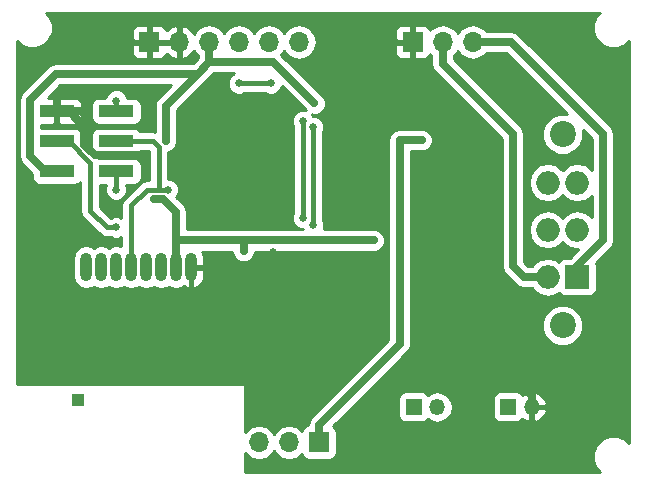
<source format=gtl>
G04 #@! TF.FileFunction,Copper,L1,Top,Signal*
%FSLAX46Y46*%
G04 Gerber Fmt 4.6, Leading zero omitted, Abs format (unit mm)*
G04 Created by KiCad (PCBNEW 4.0.4-stable) date Thursday, September 28, 2017 'PMt' 10:00:37 PM*
%MOMM*%
%LPD*%
G01*
G04 APERTURE LIST*
%ADD10C,0.100000*%
%ADD11R,1.700000X1.700000*%
%ADD12O,1.700000X1.700000*%
%ADD13O,1.000000X2.400000*%
%ADD14R,1.000000X1.000000*%
%ADD15R,3.000000X1.000000*%
%ADD16R,1.350000X1.350000*%
%ADD17O,1.350000X1.350000*%
%ADD18R,2.000000X2.000000*%
%ADD19O,2.000000X2.000000*%
%ADD20C,2.200000*%
%ADD21C,0.635000*%
%ADD22C,0.635000*%
%ADD23C,0.406400*%
%ADD24C,0.250000*%
G04 APERTURE END LIST*
D10*
D11*
X114380000Y-129800000D03*
D12*
X111840000Y-129800000D03*
X109300000Y-129800000D03*
D13*
X98465000Y-114970000D03*
X99735000Y-114970000D03*
X97195000Y-114970000D03*
X101005000Y-114970000D03*
X102275000Y-114970000D03*
X95925000Y-114970000D03*
X103545000Y-114970000D03*
X94655000Y-114970000D03*
D14*
X94000000Y-126170000D03*
D11*
X100000000Y-95900000D03*
D12*
X102540000Y-95900000D03*
X105080000Y-95900000D03*
X107620000Y-95900000D03*
X110160000Y-95900000D03*
X112700000Y-95900000D03*
D11*
X122300000Y-95900000D03*
D12*
X124840000Y-95900000D03*
X127380000Y-95900000D03*
D15*
X92180000Y-106840000D03*
X97220000Y-106840000D03*
X92180000Y-104300000D03*
X97220000Y-104300000D03*
X92180000Y-101760000D03*
X97220000Y-101760000D03*
D16*
X122400000Y-126800000D03*
D17*
X124400000Y-126800000D03*
D16*
X130400000Y-126800000D03*
D17*
X132400000Y-126800000D03*
D18*
X136250000Y-115800000D03*
D19*
X136250000Y-111800000D03*
X136250000Y-107800000D03*
X133750000Y-115800000D03*
X133750000Y-111800000D03*
X133750000Y-107800000D03*
D20*
X135000000Y-119900000D03*
X135000000Y-119900000D03*
X135000000Y-103700000D03*
D21*
X131300000Y-100500000D03*
X130300000Y-99500000D03*
X129300000Y-98500000D03*
X109000000Y-111400000D03*
X110500000Y-111400000D03*
X127300000Y-123700000D03*
X128100000Y-124600000D03*
X99100000Y-105500000D03*
X104300000Y-105000000D03*
X110100000Y-104200000D03*
X110100000Y-105800000D03*
X94300000Y-101700000D03*
X92200000Y-100800000D03*
X125400000Y-106723900D03*
X119300000Y-107800000D03*
X126900000Y-103100000D03*
X127400000Y-113900000D03*
X126900000Y-118000000D03*
X110400000Y-122700000D03*
X113500000Y-117200000D03*
X110500000Y-113700000D03*
X97220000Y-100853600D03*
X107600000Y-99400000D03*
X110300000Y-99400000D03*
X113900000Y-103100000D03*
X113900000Y-111400000D03*
X119000000Y-112700000D03*
X108000000Y-113600000D03*
X114000000Y-101100000D03*
X101400000Y-104300000D03*
X100400000Y-109200000D03*
X113000000Y-102600000D03*
X113000000Y-110800000D03*
X97200000Y-108400000D03*
X101600000Y-108400000D03*
X97200000Y-111600000D03*
X123065000Y-104200000D03*
D22*
X129300000Y-98500000D02*
X130300000Y-99500000D01*
X110500000Y-111400000D02*
X109000000Y-111400000D01*
X132400000Y-126800000D02*
X132400000Y-125845406D01*
X132400000Y-125845406D02*
X131154594Y-124600000D01*
X131154594Y-124600000D02*
X128100000Y-124600000D01*
X99100000Y-105500000D02*
X95403763Y-105500000D01*
X92180000Y-101760000D02*
X94240000Y-101760000D01*
X94240000Y-101760000D02*
X94300000Y-101700000D01*
X95403763Y-105500000D02*
X94500000Y-104596237D01*
X94500000Y-104596237D02*
X94500000Y-103080000D01*
X94500000Y-103080000D02*
X93180000Y-101760000D01*
X93180000Y-101760000D02*
X92180000Y-101760000D01*
X92180000Y-101760000D02*
X92180000Y-100820000D01*
X92180000Y-100820000D02*
X92200000Y-100800000D01*
X119300000Y-107800000D02*
X119300000Y-107350988D01*
D23*
X110300000Y-99400000D02*
X107676090Y-99400000D01*
X97220000Y-101760000D02*
X97220000Y-100853600D01*
X113900000Y-103100000D02*
X113900000Y-111400000D01*
D22*
X108000000Y-112700000D02*
X102275000Y-112700000D01*
X108000000Y-112700000D02*
X115800000Y-112700000D01*
X108000000Y-113600000D02*
X108000000Y-113150988D01*
X108000000Y-113150988D02*
X108000000Y-112700000D01*
X115800000Y-112700000D02*
X119000000Y-112700000D01*
X92180000Y-106840000D02*
X91180000Y-106840000D01*
X92100000Y-98600000D02*
X104100000Y-98600000D01*
X91180000Y-106840000D02*
X89900000Y-105560000D01*
X89900000Y-105560000D02*
X89900000Y-100800000D01*
X89900000Y-100800000D02*
X92100000Y-98600000D01*
X101400000Y-101300000D02*
X104100000Y-98600000D01*
X104100000Y-98600000D02*
X105080000Y-97620000D01*
X102275000Y-110315538D02*
X102275000Y-112700000D01*
X102275000Y-112700000D02*
X102275000Y-115570000D01*
X110520000Y-97620000D02*
X114000000Y-101100000D01*
X105080000Y-97620000D02*
X110520000Y-97620000D01*
X101400000Y-104300000D02*
X101400000Y-101300000D01*
X105080000Y-97620000D02*
X105080000Y-95900000D01*
X100400000Y-109200000D02*
X101159462Y-109200000D01*
X101159462Y-109200000D02*
X102275000Y-110315538D01*
D23*
X113000000Y-110800000D02*
X113000000Y-102600000D01*
X97220000Y-106840000D02*
X97220000Y-108380000D01*
X97220000Y-108380000D02*
X97200000Y-108400000D01*
X97220000Y-104300000D02*
X100300000Y-104300000D01*
X100300000Y-104300000D02*
X100800000Y-104800000D01*
X100800000Y-104800000D02*
X100800000Y-108400000D01*
X101600000Y-108400000D02*
X100800000Y-108400000D01*
X100800000Y-108400000D02*
X99800000Y-108400000D01*
X99800000Y-108400000D02*
X98465000Y-109735000D01*
X98465000Y-109735000D02*
X98465000Y-115570000D01*
X96400000Y-111600000D02*
X97200000Y-111600000D01*
X95000000Y-110200000D02*
X96400000Y-111600000D01*
X92180000Y-104300000D02*
X93180000Y-104300000D01*
X93180000Y-104300000D02*
X95000000Y-106120000D01*
X95000000Y-106120000D02*
X95000000Y-110200000D01*
D22*
X123065000Y-104200000D02*
X121200000Y-104200000D01*
X121200000Y-104200000D02*
X121200000Y-121495000D01*
X114380000Y-128315000D02*
X114380000Y-129800000D01*
X121200000Y-121495000D02*
X114380000Y-128315000D01*
X127380000Y-95900000D02*
X130600000Y-95900000D01*
X130600000Y-95900000D02*
X138400000Y-103700000D01*
X138400000Y-103700000D02*
X138400000Y-112700000D01*
X136250000Y-114850000D02*
X136250000Y-115800000D01*
X138400000Y-112700000D02*
X136250000Y-114850000D01*
X136200000Y-114900000D02*
X136200000Y-115750000D01*
X136200000Y-115750000D02*
X136250000Y-115800000D01*
X124840000Y-95900000D02*
X124840000Y-97740000D01*
X124840000Y-97740000D02*
X130800000Y-103700000D01*
X131700000Y-115800000D02*
X133750000Y-115800000D01*
X130800000Y-103700000D02*
X130800000Y-114900000D01*
X130800000Y-114900000D02*
X131700000Y-115800000D01*
D24*
G36*
X137838469Y-93721590D02*
X137575300Y-94355371D01*
X137574701Y-95041618D01*
X137836763Y-95675858D01*
X138321590Y-96161531D01*
X138955371Y-96424700D01*
X139641618Y-96425299D01*
X140275858Y-96163237D01*
X140600000Y-95839660D01*
X140600000Y-129860620D01*
X140278410Y-129538469D01*
X139644629Y-129275300D01*
X138958382Y-129274701D01*
X138324142Y-129536763D01*
X137838469Y-130021590D01*
X137575300Y-130655371D01*
X137574701Y-131341618D01*
X137836763Y-131975858D01*
X138160340Y-132300000D01*
X108125000Y-132300000D01*
X108125000Y-130674302D01*
X108257017Y-130871880D01*
X108735542Y-131191619D01*
X109300000Y-131303897D01*
X109864458Y-131191619D01*
X110342983Y-130871880D01*
X110570000Y-130532124D01*
X110797017Y-130871880D01*
X111275542Y-131191619D01*
X111840000Y-131303897D01*
X112404458Y-131191619D01*
X112882983Y-130871880D01*
X112923185Y-130811714D01*
X112936337Y-130881611D01*
X113073219Y-131094332D01*
X113282076Y-131237038D01*
X113530000Y-131287244D01*
X115230000Y-131287244D01*
X115461611Y-131243663D01*
X115674332Y-131106781D01*
X115817038Y-130897924D01*
X115867244Y-130650000D01*
X115867244Y-128950000D01*
X115823663Y-128718389D01*
X115686781Y-128505668D01*
X115589023Y-128438873D01*
X117902896Y-126125000D01*
X121087756Y-126125000D01*
X121087756Y-127475000D01*
X121131337Y-127706611D01*
X121268219Y-127919332D01*
X121477076Y-128062038D01*
X121725000Y-128112244D01*
X123075000Y-128112244D01*
X123306611Y-128068663D01*
X123519332Y-127931781D01*
X123594999Y-127821039D01*
X123902512Y-128026512D01*
X124400000Y-128125469D01*
X124897488Y-128026512D01*
X125319239Y-127744708D01*
X125601043Y-127322957D01*
X125700000Y-126825469D01*
X125700000Y-126774531D01*
X125601043Y-126277043D01*
X125499452Y-126125000D01*
X129087756Y-126125000D01*
X129087756Y-127475000D01*
X129131337Y-127706611D01*
X129268219Y-127919332D01*
X129477076Y-128062038D01*
X129725000Y-128112244D01*
X131075000Y-128112244D01*
X131306611Y-128068663D01*
X131519332Y-127931781D01*
X131607959Y-127802071D01*
X131740540Y-127920330D01*
X132074117Y-128058491D01*
X132275000Y-127936899D01*
X132275000Y-126925000D01*
X132525000Y-126925000D01*
X132525000Y-127936899D01*
X132725883Y-128058491D01*
X133059460Y-127920330D01*
X133437993Y-127582686D01*
X133658502Y-127125885D01*
X133537737Y-126925000D01*
X132525000Y-126925000D01*
X132275000Y-126925000D01*
X132255000Y-126925000D01*
X132255000Y-126675000D01*
X132275000Y-126675000D01*
X132275000Y-125663101D01*
X132525000Y-125663101D01*
X132525000Y-126675000D01*
X133537737Y-126675000D01*
X133658502Y-126474115D01*
X133437993Y-126017314D01*
X133059460Y-125679670D01*
X132725883Y-125541509D01*
X132525000Y-125663101D01*
X132275000Y-125663101D01*
X132074117Y-125541509D01*
X131740540Y-125679670D01*
X131607500Y-125798339D01*
X131531781Y-125680668D01*
X131322924Y-125537962D01*
X131075000Y-125487756D01*
X129725000Y-125487756D01*
X129493389Y-125531337D01*
X129280668Y-125668219D01*
X129137962Y-125877076D01*
X129087756Y-126125000D01*
X125499452Y-126125000D01*
X125319239Y-125855292D01*
X124897488Y-125573488D01*
X124400000Y-125474531D01*
X123902512Y-125573488D01*
X123595021Y-125778946D01*
X123531781Y-125680668D01*
X123322924Y-125537962D01*
X123075000Y-125487756D01*
X121725000Y-125487756D01*
X121493389Y-125531337D01*
X121280668Y-125668219D01*
X121137962Y-125877076D01*
X121087756Y-126125000D01*
X117902896Y-126125000D01*
X121866448Y-122161448D01*
X122070756Y-121855679D01*
X122142500Y-121495000D01*
X122142500Y-120241618D01*
X133274701Y-120241618D01*
X133536763Y-120875858D01*
X134021590Y-121361531D01*
X134655371Y-121624700D01*
X135341618Y-121625299D01*
X135975858Y-121363237D01*
X136461531Y-120878410D01*
X136724700Y-120244629D01*
X136725299Y-119558382D01*
X136463237Y-118924142D01*
X135978410Y-118438469D01*
X135344629Y-118175300D01*
X134658382Y-118174701D01*
X134024142Y-118436763D01*
X133538469Y-118921590D01*
X133275300Y-119555371D01*
X133274701Y-120241618D01*
X122142500Y-120241618D01*
X122142500Y-105142500D01*
X123064177Y-105142500D01*
X123251652Y-105142664D01*
X123598186Y-104999479D01*
X123863547Y-104734581D01*
X124007336Y-104388297D01*
X124007664Y-104013348D01*
X123864479Y-103666814D01*
X123599581Y-103401453D01*
X123253297Y-103257664D01*
X122878348Y-103257336D01*
X122877951Y-103257500D01*
X121200000Y-103257500D01*
X120839321Y-103329244D01*
X120533552Y-103533552D01*
X120329244Y-103839321D01*
X120257500Y-104200000D01*
X120257500Y-121104604D01*
X113713552Y-127648552D01*
X113509244Y-127954321D01*
X113437500Y-128315000D01*
X113437500Y-128330161D01*
X113298389Y-128356337D01*
X113085668Y-128493219D01*
X112942962Y-128702076D01*
X112924965Y-128790950D01*
X112882983Y-128728120D01*
X112404458Y-128408381D01*
X111840000Y-128296103D01*
X111275542Y-128408381D01*
X110797017Y-128728120D01*
X110570000Y-129067876D01*
X110342983Y-128728120D01*
X109864458Y-128408381D01*
X109300000Y-128296103D01*
X108735542Y-128408381D01*
X108257017Y-128728120D01*
X108125000Y-128925698D01*
X108125000Y-125000000D01*
X108116451Y-124954568D01*
X108089601Y-124912841D01*
X108048632Y-124884848D01*
X108000000Y-124875000D01*
X88800000Y-124875000D01*
X88800000Y-100800000D01*
X88957500Y-100800000D01*
X88957500Y-105560000D01*
X89029244Y-105920679D01*
X89233552Y-106226448D01*
X90042756Y-107035652D01*
X90042756Y-107340000D01*
X90086337Y-107571611D01*
X90223219Y-107784332D01*
X90432076Y-107927038D01*
X90680000Y-107977244D01*
X93680000Y-107977244D01*
X93911611Y-107933663D01*
X94124332Y-107796781D01*
X94171800Y-107727309D01*
X94171800Y-110200000D01*
X94234843Y-110516939D01*
X94414374Y-110785626D01*
X95814374Y-112185626D01*
X96083061Y-112365157D01*
X96400000Y-112428200D01*
X96736832Y-112428200D01*
X97011703Y-112542336D01*
X97386652Y-112542664D01*
X97636800Y-112439305D01*
X97636800Y-113202420D01*
X97625519Y-113194882D01*
X97195000Y-113109246D01*
X96764481Y-113194882D01*
X96560000Y-113331512D01*
X96355519Y-113194882D01*
X95925000Y-113109246D01*
X95494481Y-113194882D01*
X95290000Y-113331512D01*
X95085519Y-113194882D01*
X94655000Y-113109246D01*
X94224481Y-113194882D01*
X93859505Y-113438751D01*
X93615636Y-113803727D01*
X93530000Y-114234246D01*
X93530000Y-115705754D01*
X93615636Y-116136273D01*
X93859505Y-116501249D01*
X94224481Y-116745118D01*
X94655000Y-116830754D01*
X95085519Y-116745118D01*
X95290000Y-116608488D01*
X95494481Y-116745118D01*
X95925000Y-116830754D01*
X96355519Y-116745118D01*
X96560000Y-116608488D01*
X96764481Y-116745118D01*
X97195000Y-116830754D01*
X97625519Y-116745118D01*
X97830000Y-116608488D01*
X98034481Y-116745118D01*
X98465000Y-116830754D01*
X98895519Y-116745118D01*
X99100000Y-116608488D01*
X99304481Y-116745118D01*
X99735000Y-116830754D01*
X100165519Y-116745118D01*
X100370000Y-116608488D01*
X100574481Y-116745118D01*
X101005000Y-116830754D01*
X101435519Y-116745118D01*
X101640000Y-116608488D01*
X101844481Y-116745118D01*
X102275000Y-116830754D01*
X102705519Y-116745118D01*
X102926538Y-116597438D01*
X103246640Y-116754715D01*
X103420000Y-116630652D01*
X103420000Y-115095000D01*
X103670000Y-115095000D01*
X103670000Y-116630652D01*
X103843360Y-116754715D01*
X104252107Y-116553884D01*
X104536529Y-116216004D01*
X104670000Y-115795000D01*
X104670000Y-115095000D01*
X103670000Y-115095000D01*
X103420000Y-115095000D01*
X103400000Y-115095000D01*
X103400000Y-114845000D01*
X103420000Y-114845000D01*
X103420000Y-114825000D01*
X103670000Y-114825000D01*
X103670000Y-114845000D01*
X104670000Y-114845000D01*
X104670000Y-114145000D01*
X104536529Y-113723996D01*
X104467927Y-113642500D01*
X107057462Y-113642500D01*
X107057336Y-113786652D01*
X107200521Y-114133186D01*
X107465419Y-114398547D01*
X107811703Y-114542336D01*
X108186652Y-114542664D01*
X108533186Y-114399479D01*
X108798547Y-114134581D01*
X108942336Y-113788297D01*
X108942464Y-113642500D01*
X118999177Y-113642500D01*
X119186652Y-113642664D01*
X119533186Y-113499479D01*
X119798547Y-113234581D01*
X119942336Y-112888297D01*
X119942664Y-112513348D01*
X119799479Y-112166814D01*
X119534581Y-111901453D01*
X119188297Y-111757664D01*
X118813348Y-111757336D01*
X118812951Y-111757500D01*
X114772077Y-111757500D01*
X114842336Y-111588297D01*
X114842664Y-111213348D01*
X114728200Y-110936324D01*
X114728200Y-103563168D01*
X114842336Y-103288297D01*
X114842664Y-102913348D01*
X114699479Y-102566814D01*
X114434581Y-102301453D01*
X114088297Y-102157664D01*
X113836927Y-102157444D01*
X113799479Y-102066814D01*
X113749090Y-102016337D01*
X113811703Y-102042336D01*
X114186652Y-102042664D01*
X114533186Y-101899479D01*
X114798547Y-101634581D01*
X114942336Y-101288297D01*
X114942664Y-100913348D01*
X114799479Y-100566814D01*
X114534581Y-100301453D01*
X114534184Y-100301288D01*
X111203701Y-96970805D01*
X111430000Y-96632124D01*
X111657017Y-96971880D01*
X112135542Y-97291619D01*
X112700000Y-97403897D01*
X113264458Y-97291619D01*
X113742983Y-96971880D01*
X114062722Y-96493355D01*
X114124803Y-96181250D01*
X120825000Y-96181250D01*
X120825000Y-96874320D01*
X120920150Y-97104034D01*
X121095966Y-97279849D01*
X121325680Y-97375000D01*
X122018750Y-97375000D01*
X122175000Y-97218750D01*
X122175000Y-96025000D01*
X120981250Y-96025000D01*
X120825000Y-96181250D01*
X114124803Y-96181250D01*
X114175000Y-95928897D01*
X114175000Y-95871103D01*
X114062722Y-95306645D01*
X113808171Y-94925680D01*
X120825000Y-94925680D01*
X120825000Y-95618750D01*
X120981250Y-95775000D01*
X122175000Y-95775000D01*
X122175000Y-94581250D01*
X122425000Y-94581250D01*
X122425000Y-95775000D01*
X122445000Y-95775000D01*
X122445000Y-96025000D01*
X122425000Y-96025000D01*
X122425000Y-97218750D01*
X122581250Y-97375000D01*
X123274320Y-97375000D01*
X123504034Y-97279849D01*
X123679850Y-97104034D01*
X123758479Y-96914204D01*
X123797017Y-96971880D01*
X123897500Y-97039020D01*
X123897500Y-97740000D01*
X123969244Y-98100679D01*
X124173552Y-98406448D01*
X129857500Y-104090396D01*
X129857500Y-114900000D01*
X129929244Y-115260679D01*
X130133552Y-115566448D01*
X131033552Y-116466448D01*
X131339321Y-116670756D01*
X131700000Y-116742500D01*
X132441668Y-116742500D01*
X132600951Y-116980885D01*
X133128139Y-117333140D01*
X133750000Y-117456836D01*
X134371861Y-117333140D01*
X134706489Y-117109549D01*
X134793219Y-117244332D01*
X135002076Y-117387038D01*
X135250000Y-117437244D01*
X137250000Y-117437244D01*
X137481611Y-117393663D01*
X137694332Y-117256781D01*
X137837038Y-117047924D01*
X137887244Y-116800000D01*
X137887244Y-114800000D01*
X137846964Y-114585932D01*
X139066448Y-113366448D01*
X139270756Y-113060679D01*
X139342500Y-112700000D01*
X139342500Y-103700000D01*
X139270756Y-103339321D01*
X139066448Y-103033552D01*
X131266448Y-95233552D01*
X130960679Y-95029244D01*
X130600000Y-94957500D01*
X128509432Y-94957500D01*
X128422983Y-94828120D01*
X127944458Y-94508381D01*
X127380000Y-94396103D01*
X126815542Y-94508381D01*
X126337017Y-94828120D01*
X126110000Y-95167876D01*
X125882983Y-94828120D01*
X125404458Y-94508381D01*
X124840000Y-94396103D01*
X124275542Y-94508381D01*
X123797017Y-94828120D01*
X123758479Y-94885796D01*
X123679850Y-94695966D01*
X123504034Y-94520151D01*
X123274320Y-94425000D01*
X122581250Y-94425000D01*
X122425000Y-94581250D01*
X122175000Y-94581250D01*
X122018750Y-94425000D01*
X121325680Y-94425000D01*
X121095966Y-94520151D01*
X120920150Y-94695966D01*
X120825000Y-94925680D01*
X113808171Y-94925680D01*
X113742983Y-94828120D01*
X113264458Y-94508381D01*
X112700000Y-94396103D01*
X112135542Y-94508381D01*
X111657017Y-94828120D01*
X111430000Y-95167876D01*
X111202983Y-94828120D01*
X110724458Y-94508381D01*
X110160000Y-94396103D01*
X109595542Y-94508381D01*
X109117017Y-94828120D01*
X108890000Y-95167876D01*
X108662983Y-94828120D01*
X108184458Y-94508381D01*
X107620000Y-94396103D01*
X107055542Y-94508381D01*
X106577017Y-94828120D01*
X106350000Y-95167876D01*
X106122983Y-94828120D01*
X105644458Y-94508381D01*
X105080000Y-94396103D01*
X104515542Y-94508381D01*
X104037017Y-94828120D01*
X103800915Y-95181473D01*
X103727815Y-95025503D01*
X103302742Y-94637513D01*
X102893372Y-94467955D01*
X102665000Y-94587188D01*
X102665000Y-95775000D01*
X102685000Y-95775000D01*
X102685000Y-96025000D01*
X102665000Y-96025000D01*
X102665000Y-97212812D01*
X102893372Y-97332045D01*
X103302742Y-97162487D01*
X103727815Y-96774497D01*
X103800915Y-96618527D01*
X104037017Y-96971880D01*
X104137500Y-97039020D01*
X104137500Y-97229604D01*
X103709604Y-97657500D01*
X92100000Y-97657500D01*
X91739321Y-97729244D01*
X91433552Y-97933552D01*
X89233552Y-100133552D01*
X89029244Y-100439321D01*
X88957500Y-100800000D01*
X88800000Y-100800000D01*
X88800000Y-95839380D01*
X89121590Y-96161531D01*
X89755371Y-96424700D01*
X90441618Y-96425299D01*
X91032263Y-96181250D01*
X98525000Y-96181250D01*
X98525000Y-96874320D01*
X98620150Y-97104034D01*
X98795966Y-97279849D01*
X99025680Y-97375000D01*
X99718750Y-97375000D01*
X99875000Y-97218750D01*
X99875000Y-96025000D01*
X100125000Y-96025000D01*
X100125000Y-97218750D01*
X100281250Y-97375000D01*
X100974320Y-97375000D01*
X101204034Y-97279849D01*
X101379850Y-97104034D01*
X101471310Y-96883229D01*
X101777258Y-97162487D01*
X102186628Y-97332045D01*
X102415000Y-97212812D01*
X102415000Y-96025000D01*
X100125000Y-96025000D01*
X99875000Y-96025000D01*
X98681250Y-96025000D01*
X98525000Y-96181250D01*
X91032263Y-96181250D01*
X91075858Y-96163237D01*
X91561531Y-95678410D01*
X91824700Y-95044629D01*
X91824803Y-94925680D01*
X98525000Y-94925680D01*
X98525000Y-95618750D01*
X98681250Y-95775000D01*
X99875000Y-95775000D01*
X99875000Y-94581250D01*
X100125000Y-94581250D01*
X100125000Y-95775000D01*
X102415000Y-95775000D01*
X102415000Y-94587188D01*
X102186628Y-94467955D01*
X101777258Y-94637513D01*
X101471310Y-94916771D01*
X101379850Y-94695966D01*
X101204034Y-94520151D01*
X100974320Y-94425000D01*
X100281250Y-94425000D01*
X100125000Y-94581250D01*
X99875000Y-94581250D01*
X99718750Y-94425000D01*
X99025680Y-94425000D01*
X98795966Y-94520151D01*
X98620150Y-94695966D01*
X98525000Y-94925680D01*
X91824803Y-94925680D01*
X91825299Y-94358382D01*
X91563237Y-93724142D01*
X91239660Y-93400000D01*
X138160620Y-93400000D01*
X137838469Y-93721590D01*
X137838469Y-93721590D01*
G37*
X137838469Y-93721590D02*
X137575300Y-94355371D01*
X137574701Y-95041618D01*
X137836763Y-95675858D01*
X138321590Y-96161531D01*
X138955371Y-96424700D01*
X139641618Y-96425299D01*
X140275858Y-96163237D01*
X140600000Y-95839660D01*
X140600000Y-129860620D01*
X140278410Y-129538469D01*
X139644629Y-129275300D01*
X138958382Y-129274701D01*
X138324142Y-129536763D01*
X137838469Y-130021590D01*
X137575300Y-130655371D01*
X137574701Y-131341618D01*
X137836763Y-131975858D01*
X138160340Y-132300000D01*
X108125000Y-132300000D01*
X108125000Y-130674302D01*
X108257017Y-130871880D01*
X108735542Y-131191619D01*
X109300000Y-131303897D01*
X109864458Y-131191619D01*
X110342983Y-130871880D01*
X110570000Y-130532124D01*
X110797017Y-130871880D01*
X111275542Y-131191619D01*
X111840000Y-131303897D01*
X112404458Y-131191619D01*
X112882983Y-130871880D01*
X112923185Y-130811714D01*
X112936337Y-130881611D01*
X113073219Y-131094332D01*
X113282076Y-131237038D01*
X113530000Y-131287244D01*
X115230000Y-131287244D01*
X115461611Y-131243663D01*
X115674332Y-131106781D01*
X115817038Y-130897924D01*
X115867244Y-130650000D01*
X115867244Y-128950000D01*
X115823663Y-128718389D01*
X115686781Y-128505668D01*
X115589023Y-128438873D01*
X117902896Y-126125000D01*
X121087756Y-126125000D01*
X121087756Y-127475000D01*
X121131337Y-127706611D01*
X121268219Y-127919332D01*
X121477076Y-128062038D01*
X121725000Y-128112244D01*
X123075000Y-128112244D01*
X123306611Y-128068663D01*
X123519332Y-127931781D01*
X123594999Y-127821039D01*
X123902512Y-128026512D01*
X124400000Y-128125469D01*
X124897488Y-128026512D01*
X125319239Y-127744708D01*
X125601043Y-127322957D01*
X125700000Y-126825469D01*
X125700000Y-126774531D01*
X125601043Y-126277043D01*
X125499452Y-126125000D01*
X129087756Y-126125000D01*
X129087756Y-127475000D01*
X129131337Y-127706611D01*
X129268219Y-127919332D01*
X129477076Y-128062038D01*
X129725000Y-128112244D01*
X131075000Y-128112244D01*
X131306611Y-128068663D01*
X131519332Y-127931781D01*
X131607959Y-127802071D01*
X131740540Y-127920330D01*
X132074117Y-128058491D01*
X132275000Y-127936899D01*
X132275000Y-126925000D01*
X132525000Y-126925000D01*
X132525000Y-127936899D01*
X132725883Y-128058491D01*
X133059460Y-127920330D01*
X133437993Y-127582686D01*
X133658502Y-127125885D01*
X133537737Y-126925000D01*
X132525000Y-126925000D01*
X132275000Y-126925000D01*
X132255000Y-126925000D01*
X132255000Y-126675000D01*
X132275000Y-126675000D01*
X132275000Y-125663101D01*
X132525000Y-125663101D01*
X132525000Y-126675000D01*
X133537737Y-126675000D01*
X133658502Y-126474115D01*
X133437993Y-126017314D01*
X133059460Y-125679670D01*
X132725883Y-125541509D01*
X132525000Y-125663101D01*
X132275000Y-125663101D01*
X132074117Y-125541509D01*
X131740540Y-125679670D01*
X131607500Y-125798339D01*
X131531781Y-125680668D01*
X131322924Y-125537962D01*
X131075000Y-125487756D01*
X129725000Y-125487756D01*
X129493389Y-125531337D01*
X129280668Y-125668219D01*
X129137962Y-125877076D01*
X129087756Y-126125000D01*
X125499452Y-126125000D01*
X125319239Y-125855292D01*
X124897488Y-125573488D01*
X124400000Y-125474531D01*
X123902512Y-125573488D01*
X123595021Y-125778946D01*
X123531781Y-125680668D01*
X123322924Y-125537962D01*
X123075000Y-125487756D01*
X121725000Y-125487756D01*
X121493389Y-125531337D01*
X121280668Y-125668219D01*
X121137962Y-125877076D01*
X121087756Y-126125000D01*
X117902896Y-126125000D01*
X121866448Y-122161448D01*
X122070756Y-121855679D01*
X122142500Y-121495000D01*
X122142500Y-120241618D01*
X133274701Y-120241618D01*
X133536763Y-120875858D01*
X134021590Y-121361531D01*
X134655371Y-121624700D01*
X135341618Y-121625299D01*
X135975858Y-121363237D01*
X136461531Y-120878410D01*
X136724700Y-120244629D01*
X136725299Y-119558382D01*
X136463237Y-118924142D01*
X135978410Y-118438469D01*
X135344629Y-118175300D01*
X134658382Y-118174701D01*
X134024142Y-118436763D01*
X133538469Y-118921590D01*
X133275300Y-119555371D01*
X133274701Y-120241618D01*
X122142500Y-120241618D01*
X122142500Y-105142500D01*
X123064177Y-105142500D01*
X123251652Y-105142664D01*
X123598186Y-104999479D01*
X123863547Y-104734581D01*
X124007336Y-104388297D01*
X124007664Y-104013348D01*
X123864479Y-103666814D01*
X123599581Y-103401453D01*
X123253297Y-103257664D01*
X122878348Y-103257336D01*
X122877951Y-103257500D01*
X121200000Y-103257500D01*
X120839321Y-103329244D01*
X120533552Y-103533552D01*
X120329244Y-103839321D01*
X120257500Y-104200000D01*
X120257500Y-121104604D01*
X113713552Y-127648552D01*
X113509244Y-127954321D01*
X113437500Y-128315000D01*
X113437500Y-128330161D01*
X113298389Y-128356337D01*
X113085668Y-128493219D01*
X112942962Y-128702076D01*
X112924965Y-128790950D01*
X112882983Y-128728120D01*
X112404458Y-128408381D01*
X111840000Y-128296103D01*
X111275542Y-128408381D01*
X110797017Y-128728120D01*
X110570000Y-129067876D01*
X110342983Y-128728120D01*
X109864458Y-128408381D01*
X109300000Y-128296103D01*
X108735542Y-128408381D01*
X108257017Y-128728120D01*
X108125000Y-128925698D01*
X108125000Y-125000000D01*
X108116451Y-124954568D01*
X108089601Y-124912841D01*
X108048632Y-124884848D01*
X108000000Y-124875000D01*
X88800000Y-124875000D01*
X88800000Y-100800000D01*
X88957500Y-100800000D01*
X88957500Y-105560000D01*
X89029244Y-105920679D01*
X89233552Y-106226448D01*
X90042756Y-107035652D01*
X90042756Y-107340000D01*
X90086337Y-107571611D01*
X90223219Y-107784332D01*
X90432076Y-107927038D01*
X90680000Y-107977244D01*
X93680000Y-107977244D01*
X93911611Y-107933663D01*
X94124332Y-107796781D01*
X94171800Y-107727309D01*
X94171800Y-110200000D01*
X94234843Y-110516939D01*
X94414374Y-110785626D01*
X95814374Y-112185626D01*
X96083061Y-112365157D01*
X96400000Y-112428200D01*
X96736832Y-112428200D01*
X97011703Y-112542336D01*
X97386652Y-112542664D01*
X97636800Y-112439305D01*
X97636800Y-113202420D01*
X97625519Y-113194882D01*
X97195000Y-113109246D01*
X96764481Y-113194882D01*
X96560000Y-113331512D01*
X96355519Y-113194882D01*
X95925000Y-113109246D01*
X95494481Y-113194882D01*
X95290000Y-113331512D01*
X95085519Y-113194882D01*
X94655000Y-113109246D01*
X94224481Y-113194882D01*
X93859505Y-113438751D01*
X93615636Y-113803727D01*
X93530000Y-114234246D01*
X93530000Y-115705754D01*
X93615636Y-116136273D01*
X93859505Y-116501249D01*
X94224481Y-116745118D01*
X94655000Y-116830754D01*
X95085519Y-116745118D01*
X95290000Y-116608488D01*
X95494481Y-116745118D01*
X95925000Y-116830754D01*
X96355519Y-116745118D01*
X96560000Y-116608488D01*
X96764481Y-116745118D01*
X97195000Y-116830754D01*
X97625519Y-116745118D01*
X97830000Y-116608488D01*
X98034481Y-116745118D01*
X98465000Y-116830754D01*
X98895519Y-116745118D01*
X99100000Y-116608488D01*
X99304481Y-116745118D01*
X99735000Y-116830754D01*
X100165519Y-116745118D01*
X100370000Y-116608488D01*
X100574481Y-116745118D01*
X101005000Y-116830754D01*
X101435519Y-116745118D01*
X101640000Y-116608488D01*
X101844481Y-116745118D01*
X102275000Y-116830754D01*
X102705519Y-116745118D01*
X102926538Y-116597438D01*
X103246640Y-116754715D01*
X103420000Y-116630652D01*
X103420000Y-115095000D01*
X103670000Y-115095000D01*
X103670000Y-116630652D01*
X103843360Y-116754715D01*
X104252107Y-116553884D01*
X104536529Y-116216004D01*
X104670000Y-115795000D01*
X104670000Y-115095000D01*
X103670000Y-115095000D01*
X103420000Y-115095000D01*
X103400000Y-115095000D01*
X103400000Y-114845000D01*
X103420000Y-114845000D01*
X103420000Y-114825000D01*
X103670000Y-114825000D01*
X103670000Y-114845000D01*
X104670000Y-114845000D01*
X104670000Y-114145000D01*
X104536529Y-113723996D01*
X104467927Y-113642500D01*
X107057462Y-113642500D01*
X107057336Y-113786652D01*
X107200521Y-114133186D01*
X107465419Y-114398547D01*
X107811703Y-114542336D01*
X108186652Y-114542664D01*
X108533186Y-114399479D01*
X108798547Y-114134581D01*
X108942336Y-113788297D01*
X108942464Y-113642500D01*
X118999177Y-113642500D01*
X119186652Y-113642664D01*
X119533186Y-113499479D01*
X119798547Y-113234581D01*
X119942336Y-112888297D01*
X119942664Y-112513348D01*
X119799479Y-112166814D01*
X119534581Y-111901453D01*
X119188297Y-111757664D01*
X118813348Y-111757336D01*
X118812951Y-111757500D01*
X114772077Y-111757500D01*
X114842336Y-111588297D01*
X114842664Y-111213348D01*
X114728200Y-110936324D01*
X114728200Y-103563168D01*
X114842336Y-103288297D01*
X114842664Y-102913348D01*
X114699479Y-102566814D01*
X114434581Y-102301453D01*
X114088297Y-102157664D01*
X113836927Y-102157444D01*
X113799479Y-102066814D01*
X113749090Y-102016337D01*
X113811703Y-102042336D01*
X114186652Y-102042664D01*
X114533186Y-101899479D01*
X114798547Y-101634581D01*
X114942336Y-101288297D01*
X114942664Y-100913348D01*
X114799479Y-100566814D01*
X114534581Y-100301453D01*
X114534184Y-100301288D01*
X111203701Y-96970805D01*
X111430000Y-96632124D01*
X111657017Y-96971880D01*
X112135542Y-97291619D01*
X112700000Y-97403897D01*
X113264458Y-97291619D01*
X113742983Y-96971880D01*
X114062722Y-96493355D01*
X114124803Y-96181250D01*
X120825000Y-96181250D01*
X120825000Y-96874320D01*
X120920150Y-97104034D01*
X121095966Y-97279849D01*
X121325680Y-97375000D01*
X122018750Y-97375000D01*
X122175000Y-97218750D01*
X122175000Y-96025000D01*
X120981250Y-96025000D01*
X120825000Y-96181250D01*
X114124803Y-96181250D01*
X114175000Y-95928897D01*
X114175000Y-95871103D01*
X114062722Y-95306645D01*
X113808171Y-94925680D01*
X120825000Y-94925680D01*
X120825000Y-95618750D01*
X120981250Y-95775000D01*
X122175000Y-95775000D01*
X122175000Y-94581250D01*
X122425000Y-94581250D01*
X122425000Y-95775000D01*
X122445000Y-95775000D01*
X122445000Y-96025000D01*
X122425000Y-96025000D01*
X122425000Y-97218750D01*
X122581250Y-97375000D01*
X123274320Y-97375000D01*
X123504034Y-97279849D01*
X123679850Y-97104034D01*
X123758479Y-96914204D01*
X123797017Y-96971880D01*
X123897500Y-97039020D01*
X123897500Y-97740000D01*
X123969244Y-98100679D01*
X124173552Y-98406448D01*
X129857500Y-104090396D01*
X129857500Y-114900000D01*
X129929244Y-115260679D01*
X130133552Y-115566448D01*
X131033552Y-116466448D01*
X131339321Y-116670756D01*
X131700000Y-116742500D01*
X132441668Y-116742500D01*
X132600951Y-116980885D01*
X133128139Y-117333140D01*
X133750000Y-117456836D01*
X134371861Y-117333140D01*
X134706489Y-117109549D01*
X134793219Y-117244332D01*
X135002076Y-117387038D01*
X135250000Y-117437244D01*
X137250000Y-117437244D01*
X137481611Y-117393663D01*
X137694332Y-117256781D01*
X137837038Y-117047924D01*
X137887244Y-116800000D01*
X137887244Y-114800000D01*
X137846964Y-114585932D01*
X139066448Y-113366448D01*
X139270756Y-113060679D01*
X139342500Y-112700000D01*
X139342500Y-103700000D01*
X139270756Y-103339321D01*
X139066448Y-103033552D01*
X131266448Y-95233552D01*
X130960679Y-95029244D01*
X130600000Y-94957500D01*
X128509432Y-94957500D01*
X128422983Y-94828120D01*
X127944458Y-94508381D01*
X127380000Y-94396103D01*
X126815542Y-94508381D01*
X126337017Y-94828120D01*
X126110000Y-95167876D01*
X125882983Y-94828120D01*
X125404458Y-94508381D01*
X124840000Y-94396103D01*
X124275542Y-94508381D01*
X123797017Y-94828120D01*
X123758479Y-94885796D01*
X123679850Y-94695966D01*
X123504034Y-94520151D01*
X123274320Y-94425000D01*
X122581250Y-94425000D01*
X122425000Y-94581250D01*
X122175000Y-94581250D01*
X122018750Y-94425000D01*
X121325680Y-94425000D01*
X121095966Y-94520151D01*
X120920150Y-94695966D01*
X120825000Y-94925680D01*
X113808171Y-94925680D01*
X113742983Y-94828120D01*
X113264458Y-94508381D01*
X112700000Y-94396103D01*
X112135542Y-94508381D01*
X111657017Y-94828120D01*
X111430000Y-95167876D01*
X111202983Y-94828120D01*
X110724458Y-94508381D01*
X110160000Y-94396103D01*
X109595542Y-94508381D01*
X109117017Y-94828120D01*
X108890000Y-95167876D01*
X108662983Y-94828120D01*
X108184458Y-94508381D01*
X107620000Y-94396103D01*
X107055542Y-94508381D01*
X106577017Y-94828120D01*
X106350000Y-95167876D01*
X106122983Y-94828120D01*
X105644458Y-94508381D01*
X105080000Y-94396103D01*
X104515542Y-94508381D01*
X104037017Y-94828120D01*
X103800915Y-95181473D01*
X103727815Y-95025503D01*
X103302742Y-94637513D01*
X102893372Y-94467955D01*
X102665000Y-94587188D01*
X102665000Y-95775000D01*
X102685000Y-95775000D01*
X102685000Y-96025000D01*
X102665000Y-96025000D01*
X102665000Y-97212812D01*
X102893372Y-97332045D01*
X103302742Y-97162487D01*
X103727815Y-96774497D01*
X103800915Y-96618527D01*
X104037017Y-96971880D01*
X104137500Y-97039020D01*
X104137500Y-97229604D01*
X103709604Y-97657500D01*
X92100000Y-97657500D01*
X91739321Y-97729244D01*
X91433552Y-97933552D01*
X89233552Y-100133552D01*
X89029244Y-100439321D01*
X88957500Y-100800000D01*
X88800000Y-100800000D01*
X88800000Y-95839380D01*
X89121590Y-96161531D01*
X89755371Y-96424700D01*
X90441618Y-96425299D01*
X91032263Y-96181250D01*
X98525000Y-96181250D01*
X98525000Y-96874320D01*
X98620150Y-97104034D01*
X98795966Y-97279849D01*
X99025680Y-97375000D01*
X99718750Y-97375000D01*
X99875000Y-97218750D01*
X99875000Y-96025000D01*
X100125000Y-96025000D01*
X100125000Y-97218750D01*
X100281250Y-97375000D01*
X100974320Y-97375000D01*
X101204034Y-97279849D01*
X101379850Y-97104034D01*
X101471310Y-96883229D01*
X101777258Y-97162487D01*
X102186628Y-97332045D01*
X102415000Y-97212812D01*
X102415000Y-96025000D01*
X100125000Y-96025000D01*
X99875000Y-96025000D01*
X98681250Y-96025000D01*
X98525000Y-96181250D01*
X91032263Y-96181250D01*
X91075858Y-96163237D01*
X91561531Y-95678410D01*
X91824700Y-95044629D01*
X91824803Y-94925680D01*
X98525000Y-94925680D01*
X98525000Y-95618750D01*
X98681250Y-95775000D01*
X99875000Y-95775000D01*
X99875000Y-94581250D01*
X100125000Y-94581250D01*
X100125000Y-95775000D01*
X102415000Y-95775000D01*
X102415000Y-94587188D01*
X102186628Y-94467955D01*
X101777258Y-94637513D01*
X101471310Y-94916771D01*
X101379850Y-94695966D01*
X101204034Y-94520151D01*
X100974320Y-94425000D01*
X100281250Y-94425000D01*
X100125000Y-94581250D01*
X99875000Y-94581250D01*
X99718750Y-94425000D01*
X99025680Y-94425000D01*
X98795966Y-94520151D01*
X98620150Y-94695966D01*
X98525000Y-94925680D01*
X91824803Y-94925680D01*
X91825299Y-94358382D01*
X91563237Y-93724142D01*
X91239660Y-93400000D01*
X138160620Y-93400000D01*
X137838469Y-93721590D01*
G36*
X126337017Y-96971880D02*
X126815542Y-97291619D01*
X127380000Y-97403897D01*
X127944458Y-97291619D01*
X128422983Y-96971880D01*
X128509432Y-96842500D01*
X130209604Y-96842500D01*
X135342402Y-101975298D01*
X134658382Y-101974701D01*
X134024142Y-102236763D01*
X133538469Y-102721590D01*
X133275300Y-103355371D01*
X133274701Y-104041618D01*
X133536763Y-104675858D01*
X134021590Y-105161531D01*
X134655371Y-105424700D01*
X135341618Y-105425299D01*
X135975858Y-105163237D01*
X136461531Y-104678410D01*
X136724700Y-104044629D01*
X136725299Y-103358382D01*
X136725167Y-103358063D01*
X137457500Y-104090396D01*
X137457500Y-106706593D01*
X137399049Y-106619115D01*
X136871861Y-106266860D01*
X136250000Y-106143164D01*
X135628139Y-106266860D01*
X135100951Y-106619115D01*
X135000000Y-106770199D01*
X134899049Y-106619115D01*
X134371861Y-106266860D01*
X133750000Y-106143164D01*
X133128139Y-106266860D01*
X132600951Y-106619115D01*
X132248696Y-107146303D01*
X132125000Y-107768164D01*
X132125000Y-107831836D01*
X132248696Y-108453697D01*
X132600951Y-108980885D01*
X133128139Y-109333140D01*
X133750000Y-109456836D01*
X134371861Y-109333140D01*
X134899049Y-108980885D01*
X135000000Y-108829801D01*
X135100951Y-108980885D01*
X135628139Y-109333140D01*
X136250000Y-109456836D01*
X136871861Y-109333140D01*
X137399049Y-108980885D01*
X137457500Y-108893407D01*
X137457500Y-110706593D01*
X137399049Y-110619115D01*
X136871861Y-110266860D01*
X136250000Y-110143164D01*
X135628139Y-110266860D01*
X135100951Y-110619115D01*
X135000000Y-110770199D01*
X134899049Y-110619115D01*
X134371861Y-110266860D01*
X133750000Y-110143164D01*
X133128139Y-110266860D01*
X132600951Y-110619115D01*
X132248696Y-111146303D01*
X132125000Y-111768164D01*
X132125000Y-111831836D01*
X132248696Y-112453697D01*
X132600951Y-112980885D01*
X133128139Y-113333140D01*
X133750000Y-113456836D01*
X134371861Y-113333140D01*
X134899049Y-112980885D01*
X135000000Y-112829801D01*
X135100951Y-112980885D01*
X135628139Y-113333140D01*
X136250000Y-113456836D01*
X136325233Y-113441871D01*
X135604348Y-114162756D01*
X135250000Y-114162756D01*
X135018389Y-114206337D01*
X134805668Y-114343219D01*
X134705514Y-114489799D01*
X134371861Y-114266860D01*
X133750000Y-114143164D01*
X133128139Y-114266860D01*
X132600951Y-114619115D01*
X132441668Y-114857500D01*
X132090396Y-114857500D01*
X131742500Y-114509604D01*
X131742500Y-103700000D01*
X131670756Y-103339321D01*
X131466448Y-103033552D01*
X125782500Y-97349604D01*
X125782500Y-97039020D01*
X125882983Y-96971880D01*
X126110000Y-96632124D01*
X126337017Y-96971880D01*
X126337017Y-96971880D01*
G37*
X126337017Y-96971880D02*
X126815542Y-97291619D01*
X127380000Y-97403897D01*
X127944458Y-97291619D01*
X128422983Y-96971880D01*
X128509432Y-96842500D01*
X130209604Y-96842500D01*
X135342402Y-101975298D01*
X134658382Y-101974701D01*
X134024142Y-102236763D01*
X133538469Y-102721590D01*
X133275300Y-103355371D01*
X133274701Y-104041618D01*
X133536763Y-104675858D01*
X134021590Y-105161531D01*
X134655371Y-105424700D01*
X135341618Y-105425299D01*
X135975858Y-105163237D01*
X136461531Y-104678410D01*
X136724700Y-104044629D01*
X136725299Y-103358382D01*
X136725167Y-103358063D01*
X137457500Y-104090396D01*
X137457500Y-106706593D01*
X137399049Y-106619115D01*
X136871861Y-106266860D01*
X136250000Y-106143164D01*
X135628139Y-106266860D01*
X135100951Y-106619115D01*
X135000000Y-106770199D01*
X134899049Y-106619115D01*
X134371861Y-106266860D01*
X133750000Y-106143164D01*
X133128139Y-106266860D01*
X132600951Y-106619115D01*
X132248696Y-107146303D01*
X132125000Y-107768164D01*
X132125000Y-107831836D01*
X132248696Y-108453697D01*
X132600951Y-108980885D01*
X133128139Y-109333140D01*
X133750000Y-109456836D01*
X134371861Y-109333140D01*
X134899049Y-108980885D01*
X135000000Y-108829801D01*
X135100951Y-108980885D01*
X135628139Y-109333140D01*
X136250000Y-109456836D01*
X136871861Y-109333140D01*
X137399049Y-108980885D01*
X137457500Y-108893407D01*
X137457500Y-110706593D01*
X137399049Y-110619115D01*
X136871861Y-110266860D01*
X136250000Y-110143164D01*
X135628139Y-110266860D01*
X135100951Y-110619115D01*
X135000000Y-110770199D01*
X134899049Y-110619115D01*
X134371861Y-110266860D01*
X133750000Y-110143164D01*
X133128139Y-110266860D01*
X132600951Y-110619115D01*
X132248696Y-111146303D01*
X132125000Y-111768164D01*
X132125000Y-111831836D01*
X132248696Y-112453697D01*
X132600951Y-112980885D01*
X133128139Y-113333140D01*
X133750000Y-113456836D01*
X134371861Y-113333140D01*
X134899049Y-112980885D01*
X135000000Y-112829801D01*
X135100951Y-112980885D01*
X135628139Y-113333140D01*
X136250000Y-113456836D01*
X136325233Y-113441871D01*
X135604348Y-114162756D01*
X135250000Y-114162756D01*
X135018389Y-114206337D01*
X134805668Y-114343219D01*
X134705514Y-114489799D01*
X134371861Y-114266860D01*
X133750000Y-114143164D01*
X133128139Y-114266860D01*
X132600951Y-114619115D01*
X132441668Y-114857500D01*
X132090396Y-114857500D01*
X131742500Y-114509604D01*
X131742500Y-103700000D01*
X131670756Y-103339321D01*
X131466448Y-103033552D01*
X125782500Y-97349604D01*
X125782500Y-97039020D01*
X125882983Y-96971880D01*
X126110000Y-96632124D01*
X126337017Y-96971880D01*
G36*
X107066814Y-98600521D02*
X106801453Y-98865419D01*
X106657664Y-99211703D01*
X106657336Y-99586652D01*
X106800521Y-99933186D01*
X107065419Y-100198547D01*
X107411703Y-100342336D01*
X107786652Y-100342664D01*
X108063676Y-100228200D01*
X109836832Y-100228200D01*
X110111703Y-100342336D01*
X110486652Y-100342664D01*
X110833186Y-100199479D01*
X111098547Y-99934581D01*
X111216829Y-99649725D01*
X113250666Y-101683562D01*
X113188297Y-101657664D01*
X112813348Y-101657336D01*
X112466814Y-101800521D01*
X112201453Y-102065419D01*
X112057664Y-102411703D01*
X112057336Y-102786652D01*
X112171800Y-103063676D01*
X112171800Y-110336832D01*
X112057664Y-110611703D01*
X112057336Y-110986652D01*
X112200521Y-111333186D01*
X112465419Y-111598547D01*
X112811703Y-111742336D01*
X113021739Y-111742520D01*
X113027929Y-111757500D01*
X103217500Y-111757500D01*
X103217500Y-110315538D01*
X103145756Y-109954859D01*
X102941448Y-109649090D01*
X102312668Y-109020310D01*
X102398547Y-108934581D01*
X102542336Y-108588297D01*
X102542664Y-108213348D01*
X102399479Y-107866814D01*
X102134581Y-107601453D01*
X101788297Y-107457664D01*
X101628200Y-107457524D01*
X101628200Y-105225497D01*
X101933186Y-105099479D01*
X102198547Y-104834581D01*
X102342336Y-104488297D01*
X102342664Y-104113348D01*
X102342500Y-104112951D01*
X102342500Y-101690396D01*
X105470396Y-98562500D01*
X107158832Y-98562500D01*
X107066814Y-98600521D01*
X107066814Y-98600521D01*
G37*
X107066814Y-98600521D02*
X106801453Y-98865419D01*
X106657664Y-99211703D01*
X106657336Y-99586652D01*
X106800521Y-99933186D01*
X107065419Y-100198547D01*
X107411703Y-100342336D01*
X107786652Y-100342664D01*
X108063676Y-100228200D01*
X109836832Y-100228200D01*
X110111703Y-100342336D01*
X110486652Y-100342664D01*
X110833186Y-100199479D01*
X111098547Y-99934581D01*
X111216829Y-99649725D01*
X113250666Y-101683562D01*
X113188297Y-101657664D01*
X112813348Y-101657336D01*
X112466814Y-101800521D01*
X112201453Y-102065419D01*
X112057664Y-102411703D01*
X112057336Y-102786652D01*
X112171800Y-103063676D01*
X112171800Y-110336832D01*
X112057664Y-110611703D01*
X112057336Y-110986652D01*
X112200521Y-111333186D01*
X112465419Y-111598547D01*
X112811703Y-111742336D01*
X113021739Y-111742520D01*
X113027929Y-111757500D01*
X103217500Y-111757500D01*
X103217500Y-110315538D01*
X103145756Y-109954859D01*
X102941448Y-109649090D01*
X102312668Y-109020310D01*
X102398547Y-108934581D01*
X102542336Y-108588297D01*
X102542664Y-108213348D01*
X102399479Y-107866814D01*
X102134581Y-107601453D01*
X101788297Y-107457664D01*
X101628200Y-107457524D01*
X101628200Y-105225497D01*
X101933186Y-105099479D01*
X102198547Y-104834581D01*
X102342336Y-104488297D01*
X102342664Y-104113348D01*
X102342500Y-104112951D01*
X102342500Y-101690396D01*
X105470396Y-98562500D01*
X107158832Y-98562500D01*
X107066814Y-98600521D01*
G36*
X99971800Y-105143052D02*
X99971800Y-107571800D01*
X99800000Y-107571800D01*
X99483061Y-107634843D01*
X99214374Y-107814374D01*
X97879374Y-109149374D01*
X97699843Y-109418061D01*
X97699843Y-109418062D01*
X97636800Y-109735000D01*
X97636800Y-110760851D01*
X97388297Y-110657664D01*
X97013348Y-110657336D01*
X96741085Y-110769833D01*
X95828200Y-109856948D01*
X95828200Y-107977244D01*
X96355019Y-107977244D01*
X96257664Y-108211703D01*
X96257336Y-108586652D01*
X96400521Y-108933186D01*
X96665419Y-109198547D01*
X97011703Y-109342336D01*
X97386652Y-109342664D01*
X97733186Y-109199479D01*
X97998547Y-108934581D01*
X98142336Y-108588297D01*
X98142664Y-108213348D01*
X98048200Y-107984728D01*
X98048200Y-107977244D01*
X98720000Y-107977244D01*
X98951611Y-107933663D01*
X99164332Y-107796781D01*
X99307038Y-107587924D01*
X99357244Y-107340000D01*
X99357244Y-106340000D01*
X99313663Y-106108389D01*
X99176781Y-105895668D01*
X98967924Y-105752962D01*
X98720000Y-105702756D01*
X95720000Y-105702756D01*
X95700577Y-105706411D01*
X95585626Y-105534374D01*
X95365404Y-105314152D01*
X95472076Y-105387038D01*
X95720000Y-105437244D01*
X98720000Y-105437244D01*
X98951611Y-105393663D01*
X99164332Y-105256781D01*
X99252188Y-105128200D01*
X99956948Y-105128200D01*
X99971800Y-105143052D01*
X99971800Y-105143052D01*
G37*
X99971800Y-105143052D02*
X99971800Y-107571800D01*
X99800000Y-107571800D01*
X99483061Y-107634843D01*
X99214374Y-107814374D01*
X97879374Y-109149374D01*
X97699843Y-109418061D01*
X97699843Y-109418062D01*
X97636800Y-109735000D01*
X97636800Y-110760851D01*
X97388297Y-110657664D01*
X97013348Y-110657336D01*
X96741085Y-110769833D01*
X95828200Y-109856948D01*
X95828200Y-107977244D01*
X96355019Y-107977244D01*
X96257664Y-108211703D01*
X96257336Y-108586652D01*
X96400521Y-108933186D01*
X96665419Y-109198547D01*
X97011703Y-109342336D01*
X97386652Y-109342664D01*
X97733186Y-109199479D01*
X97998547Y-108934581D01*
X98142336Y-108588297D01*
X98142664Y-108213348D01*
X98048200Y-107984728D01*
X98048200Y-107977244D01*
X98720000Y-107977244D01*
X98951611Y-107933663D01*
X99164332Y-107796781D01*
X99307038Y-107587924D01*
X99357244Y-107340000D01*
X99357244Y-106340000D01*
X99313663Y-106108389D01*
X99176781Y-105895668D01*
X98967924Y-105752962D01*
X98720000Y-105702756D01*
X95720000Y-105702756D01*
X95700577Y-105706411D01*
X95585626Y-105534374D01*
X95365404Y-105314152D01*
X95472076Y-105387038D01*
X95720000Y-105437244D01*
X98720000Y-105437244D01*
X98951611Y-105393663D01*
X99164332Y-105256781D01*
X99252188Y-105128200D01*
X99956948Y-105128200D01*
X99971800Y-105143052D01*
G36*
X100733552Y-100633552D02*
X100529244Y-100939321D01*
X100457500Y-101300000D01*
X100457500Y-103503129D01*
X100300000Y-103471800D01*
X99251510Y-103471800D01*
X99176781Y-103355668D01*
X98967924Y-103212962D01*
X98720000Y-103162756D01*
X95720000Y-103162756D01*
X95488389Y-103206337D01*
X95275668Y-103343219D01*
X95132962Y-103552076D01*
X95082756Y-103800000D01*
X95082756Y-104800000D01*
X95126337Y-105031611D01*
X95204803Y-105153551D01*
X94317244Y-104265992D01*
X94317244Y-103800000D01*
X94273663Y-103568389D01*
X94136781Y-103355668D01*
X93927924Y-103212962D01*
X93680000Y-103162756D01*
X90842500Y-103162756D01*
X90842500Y-102885000D01*
X91898750Y-102885000D01*
X92055000Y-102728750D01*
X92055000Y-101885000D01*
X92305000Y-101885000D01*
X92305000Y-102728750D01*
X92461250Y-102885000D01*
X93804320Y-102885000D01*
X94034034Y-102789850D01*
X94209849Y-102614034D01*
X94305000Y-102384320D01*
X94305000Y-102041250D01*
X94148750Y-101885000D01*
X92305000Y-101885000D01*
X92055000Y-101885000D01*
X92035000Y-101885000D01*
X92035000Y-101635000D01*
X92055000Y-101635000D01*
X92055000Y-100791250D01*
X92305000Y-100791250D01*
X92305000Y-101635000D01*
X94148750Y-101635000D01*
X94305000Y-101478750D01*
X94305000Y-101260000D01*
X95082756Y-101260000D01*
X95082756Y-102260000D01*
X95126337Y-102491611D01*
X95263219Y-102704332D01*
X95472076Y-102847038D01*
X95720000Y-102897244D01*
X98720000Y-102897244D01*
X98951611Y-102853663D01*
X99164332Y-102716781D01*
X99307038Y-102507924D01*
X99357244Y-102260000D01*
X99357244Y-101260000D01*
X99313663Y-101028389D01*
X99176781Y-100815668D01*
X98967924Y-100672962D01*
X98720000Y-100622756D01*
X98144404Y-100622756D01*
X98019479Y-100320414D01*
X97754581Y-100055053D01*
X97408297Y-99911264D01*
X97033348Y-99910936D01*
X96686814Y-100054121D01*
X96421453Y-100319019D01*
X96295331Y-100622756D01*
X95720000Y-100622756D01*
X95488389Y-100666337D01*
X95275668Y-100803219D01*
X95132962Y-101012076D01*
X95082756Y-101260000D01*
X94305000Y-101260000D01*
X94305000Y-101135680D01*
X94209849Y-100905966D01*
X94034034Y-100730150D01*
X93804320Y-100635000D01*
X92461250Y-100635000D01*
X92305000Y-100791250D01*
X92055000Y-100791250D01*
X91898750Y-100635000D01*
X91397896Y-100635000D01*
X92490396Y-99542500D01*
X101824604Y-99542500D01*
X100733552Y-100633552D01*
X100733552Y-100633552D01*
G37*
X100733552Y-100633552D02*
X100529244Y-100939321D01*
X100457500Y-101300000D01*
X100457500Y-103503129D01*
X100300000Y-103471800D01*
X99251510Y-103471800D01*
X99176781Y-103355668D01*
X98967924Y-103212962D01*
X98720000Y-103162756D01*
X95720000Y-103162756D01*
X95488389Y-103206337D01*
X95275668Y-103343219D01*
X95132962Y-103552076D01*
X95082756Y-103800000D01*
X95082756Y-104800000D01*
X95126337Y-105031611D01*
X95204803Y-105153551D01*
X94317244Y-104265992D01*
X94317244Y-103800000D01*
X94273663Y-103568389D01*
X94136781Y-103355668D01*
X93927924Y-103212962D01*
X93680000Y-103162756D01*
X90842500Y-103162756D01*
X90842500Y-102885000D01*
X91898750Y-102885000D01*
X92055000Y-102728750D01*
X92055000Y-101885000D01*
X92305000Y-101885000D01*
X92305000Y-102728750D01*
X92461250Y-102885000D01*
X93804320Y-102885000D01*
X94034034Y-102789850D01*
X94209849Y-102614034D01*
X94305000Y-102384320D01*
X94305000Y-102041250D01*
X94148750Y-101885000D01*
X92305000Y-101885000D01*
X92055000Y-101885000D01*
X92035000Y-101885000D01*
X92035000Y-101635000D01*
X92055000Y-101635000D01*
X92055000Y-100791250D01*
X92305000Y-100791250D01*
X92305000Y-101635000D01*
X94148750Y-101635000D01*
X94305000Y-101478750D01*
X94305000Y-101260000D01*
X95082756Y-101260000D01*
X95082756Y-102260000D01*
X95126337Y-102491611D01*
X95263219Y-102704332D01*
X95472076Y-102847038D01*
X95720000Y-102897244D01*
X98720000Y-102897244D01*
X98951611Y-102853663D01*
X99164332Y-102716781D01*
X99307038Y-102507924D01*
X99357244Y-102260000D01*
X99357244Y-101260000D01*
X99313663Y-101028389D01*
X99176781Y-100815668D01*
X98967924Y-100672962D01*
X98720000Y-100622756D01*
X98144404Y-100622756D01*
X98019479Y-100320414D01*
X97754581Y-100055053D01*
X97408297Y-99911264D01*
X97033348Y-99910936D01*
X96686814Y-100054121D01*
X96421453Y-100319019D01*
X96295331Y-100622756D01*
X95720000Y-100622756D01*
X95488389Y-100666337D01*
X95275668Y-100803219D01*
X95132962Y-101012076D01*
X95082756Y-101260000D01*
X94305000Y-101260000D01*
X94305000Y-101135680D01*
X94209849Y-100905966D01*
X94034034Y-100730150D01*
X93804320Y-100635000D01*
X92461250Y-100635000D01*
X92305000Y-100791250D01*
X92055000Y-100791250D01*
X91898750Y-100635000D01*
X91397896Y-100635000D01*
X92490396Y-99542500D01*
X101824604Y-99542500D01*
X100733552Y-100633552D01*
M02*

</source>
